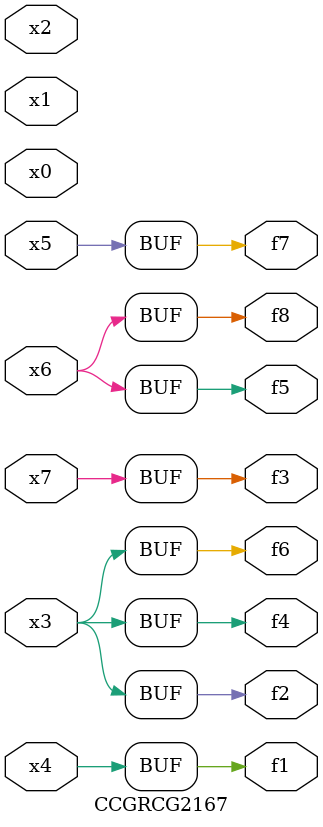
<source format=v>
module CCGRCG2167(
	input x0, x1, x2, x3, x4, x5, x6, x7,
	output f1, f2, f3, f4, f5, f6, f7, f8
);
	assign f1 = x4;
	assign f2 = x3;
	assign f3 = x7;
	assign f4 = x3;
	assign f5 = x6;
	assign f6 = x3;
	assign f7 = x5;
	assign f8 = x6;
endmodule

</source>
